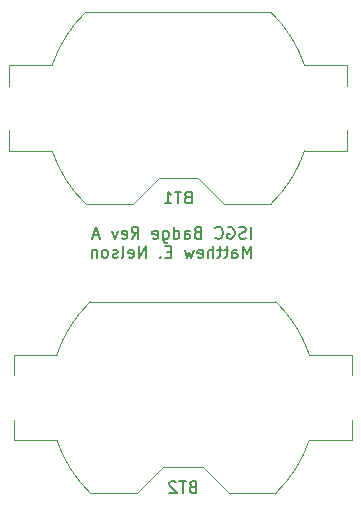
<source format=gbo>
G04 #@! TF.GenerationSoftware,KiCad,Pcbnew,7.0.10*
G04 #@! TF.CreationDate,2024-02-18T13:34:34-06:00*
G04 #@! TF.ProjectId,airplane-keychain,61697270-6c61-46e6-952d-6b6579636861,1*
G04 #@! TF.SameCoordinates,Original*
G04 #@! TF.FileFunction,Legend,Bot*
G04 #@! TF.FilePolarity,Positive*
%FSLAX46Y46*%
G04 Gerber Fmt 4.6, Leading zero omitted, Abs format (unit mm)*
G04 Created by KiCad (PCBNEW 7.0.10) date 2024-02-18 13:34:34*
%MOMM*%
%LPD*%
G01*
G04 APERTURE LIST*
G04 Aperture macros list*
%AMHorizOval*
0 Thick line with rounded ends*
0 $1 width*
0 $2 $3 position (X,Y) of the first rounded end (center of the circle)*
0 $4 $5 position (X,Y) of the second rounded end (center of the circle)*
0 Add line between two ends*
20,1,$1,$2,$3,$4,$5,0*
0 Add two circle primitives to create the rounded ends*
1,1,$1,$2,$3*
1,1,$1,$4,$5*%
G04 Aperture macros list end*
%ADD10C,0.150000*%
%ADD11C,0.120000*%
%ADD12R,1.800000X1.800000*%
%ADD13C,1.800000*%
%ADD14C,1.600000*%
%ADD15HorizOval,1.600000X0.000000X0.000000X0.000000X0.000000X0*%
%ADD16HorizOval,1.600000X0.000000X0.000000X0.000000X0.000000X0*%
%ADD17O,1.600000X1.600000*%
%ADD18HorizOval,1.600000X0.000000X0.000000X0.000000X0.000000X0*%
%ADD19C,2.000000*%
%ADD20R,1.600000X1.600000*%
%ADD21HorizOval,1.600000X0.000000X0.000000X0.000000X0.000000X0*%
%ADD22C,4.300000*%
%ADD23R,2.540000X3.510000*%
G04 APERTURE END LIST*
D10*
X136563220Y-96859819D02*
X136563220Y-95859819D01*
X136134649Y-96812200D02*
X135991792Y-96859819D01*
X135991792Y-96859819D02*
X135753697Y-96859819D01*
X135753697Y-96859819D02*
X135658459Y-96812200D01*
X135658459Y-96812200D02*
X135610840Y-96764580D01*
X135610840Y-96764580D02*
X135563221Y-96669342D01*
X135563221Y-96669342D02*
X135563221Y-96574104D01*
X135563221Y-96574104D02*
X135610840Y-96478866D01*
X135610840Y-96478866D02*
X135658459Y-96431247D01*
X135658459Y-96431247D02*
X135753697Y-96383628D01*
X135753697Y-96383628D02*
X135944173Y-96336009D01*
X135944173Y-96336009D02*
X136039411Y-96288390D01*
X136039411Y-96288390D02*
X136087030Y-96240771D01*
X136087030Y-96240771D02*
X136134649Y-96145533D01*
X136134649Y-96145533D02*
X136134649Y-96050295D01*
X136134649Y-96050295D02*
X136087030Y-95955057D01*
X136087030Y-95955057D02*
X136039411Y-95907438D01*
X136039411Y-95907438D02*
X135944173Y-95859819D01*
X135944173Y-95859819D02*
X135706078Y-95859819D01*
X135706078Y-95859819D02*
X135563221Y-95907438D01*
X134610840Y-95907438D02*
X134706078Y-95859819D01*
X134706078Y-95859819D02*
X134848935Y-95859819D01*
X134848935Y-95859819D02*
X134991792Y-95907438D01*
X134991792Y-95907438D02*
X135087030Y-96002676D01*
X135087030Y-96002676D02*
X135134649Y-96097914D01*
X135134649Y-96097914D02*
X135182268Y-96288390D01*
X135182268Y-96288390D02*
X135182268Y-96431247D01*
X135182268Y-96431247D02*
X135134649Y-96621723D01*
X135134649Y-96621723D02*
X135087030Y-96716961D01*
X135087030Y-96716961D02*
X134991792Y-96812200D01*
X134991792Y-96812200D02*
X134848935Y-96859819D01*
X134848935Y-96859819D02*
X134753697Y-96859819D01*
X134753697Y-96859819D02*
X134610840Y-96812200D01*
X134610840Y-96812200D02*
X134563221Y-96764580D01*
X134563221Y-96764580D02*
X134563221Y-96431247D01*
X134563221Y-96431247D02*
X134753697Y-96431247D01*
X133563221Y-96764580D02*
X133610840Y-96812200D01*
X133610840Y-96812200D02*
X133753697Y-96859819D01*
X133753697Y-96859819D02*
X133848935Y-96859819D01*
X133848935Y-96859819D02*
X133991792Y-96812200D01*
X133991792Y-96812200D02*
X134087030Y-96716961D01*
X134087030Y-96716961D02*
X134134649Y-96621723D01*
X134134649Y-96621723D02*
X134182268Y-96431247D01*
X134182268Y-96431247D02*
X134182268Y-96288390D01*
X134182268Y-96288390D02*
X134134649Y-96097914D01*
X134134649Y-96097914D02*
X134087030Y-96002676D01*
X134087030Y-96002676D02*
X133991792Y-95907438D01*
X133991792Y-95907438D02*
X133848935Y-95859819D01*
X133848935Y-95859819D02*
X133753697Y-95859819D01*
X133753697Y-95859819D02*
X133610840Y-95907438D01*
X133610840Y-95907438D02*
X133563221Y-95955057D01*
X132039411Y-96336009D02*
X131896554Y-96383628D01*
X131896554Y-96383628D02*
X131848935Y-96431247D01*
X131848935Y-96431247D02*
X131801316Y-96526485D01*
X131801316Y-96526485D02*
X131801316Y-96669342D01*
X131801316Y-96669342D02*
X131848935Y-96764580D01*
X131848935Y-96764580D02*
X131896554Y-96812200D01*
X131896554Y-96812200D02*
X131991792Y-96859819D01*
X131991792Y-96859819D02*
X132372744Y-96859819D01*
X132372744Y-96859819D02*
X132372744Y-95859819D01*
X132372744Y-95859819D02*
X132039411Y-95859819D01*
X132039411Y-95859819D02*
X131944173Y-95907438D01*
X131944173Y-95907438D02*
X131896554Y-95955057D01*
X131896554Y-95955057D02*
X131848935Y-96050295D01*
X131848935Y-96050295D02*
X131848935Y-96145533D01*
X131848935Y-96145533D02*
X131896554Y-96240771D01*
X131896554Y-96240771D02*
X131944173Y-96288390D01*
X131944173Y-96288390D02*
X132039411Y-96336009D01*
X132039411Y-96336009D02*
X132372744Y-96336009D01*
X130944173Y-96859819D02*
X130944173Y-96336009D01*
X130944173Y-96336009D02*
X130991792Y-96240771D01*
X130991792Y-96240771D02*
X131087030Y-96193152D01*
X131087030Y-96193152D02*
X131277506Y-96193152D01*
X131277506Y-96193152D02*
X131372744Y-96240771D01*
X130944173Y-96812200D02*
X131039411Y-96859819D01*
X131039411Y-96859819D02*
X131277506Y-96859819D01*
X131277506Y-96859819D02*
X131372744Y-96812200D01*
X131372744Y-96812200D02*
X131420363Y-96716961D01*
X131420363Y-96716961D02*
X131420363Y-96621723D01*
X131420363Y-96621723D02*
X131372744Y-96526485D01*
X131372744Y-96526485D02*
X131277506Y-96478866D01*
X131277506Y-96478866D02*
X131039411Y-96478866D01*
X131039411Y-96478866D02*
X130944173Y-96431247D01*
X130039411Y-96859819D02*
X130039411Y-95859819D01*
X130039411Y-96812200D02*
X130134649Y-96859819D01*
X130134649Y-96859819D02*
X130325125Y-96859819D01*
X130325125Y-96859819D02*
X130420363Y-96812200D01*
X130420363Y-96812200D02*
X130467982Y-96764580D01*
X130467982Y-96764580D02*
X130515601Y-96669342D01*
X130515601Y-96669342D02*
X130515601Y-96383628D01*
X130515601Y-96383628D02*
X130467982Y-96288390D01*
X130467982Y-96288390D02*
X130420363Y-96240771D01*
X130420363Y-96240771D02*
X130325125Y-96193152D01*
X130325125Y-96193152D02*
X130134649Y-96193152D01*
X130134649Y-96193152D02*
X130039411Y-96240771D01*
X129134649Y-96193152D02*
X129134649Y-97002676D01*
X129134649Y-97002676D02*
X129182268Y-97097914D01*
X129182268Y-97097914D02*
X129229887Y-97145533D01*
X129229887Y-97145533D02*
X129325125Y-97193152D01*
X129325125Y-97193152D02*
X129467982Y-97193152D01*
X129467982Y-97193152D02*
X129563220Y-97145533D01*
X129134649Y-96812200D02*
X129229887Y-96859819D01*
X129229887Y-96859819D02*
X129420363Y-96859819D01*
X129420363Y-96859819D02*
X129515601Y-96812200D01*
X129515601Y-96812200D02*
X129563220Y-96764580D01*
X129563220Y-96764580D02*
X129610839Y-96669342D01*
X129610839Y-96669342D02*
X129610839Y-96383628D01*
X129610839Y-96383628D02*
X129563220Y-96288390D01*
X129563220Y-96288390D02*
X129515601Y-96240771D01*
X129515601Y-96240771D02*
X129420363Y-96193152D01*
X129420363Y-96193152D02*
X129229887Y-96193152D01*
X129229887Y-96193152D02*
X129134649Y-96240771D01*
X128277506Y-96812200D02*
X128372744Y-96859819D01*
X128372744Y-96859819D02*
X128563220Y-96859819D01*
X128563220Y-96859819D02*
X128658458Y-96812200D01*
X128658458Y-96812200D02*
X128706077Y-96716961D01*
X128706077Y-96716961D02*
X128706077Y-96336009D01*
X128706077Y-96336009D02*
X128658458Y-96240771D01*
X128658458Y-96240771D02*
X128563220Y-96193152D01*
X128563220Y-96193152D02*
X128372744Y-96193152D01*
X128372744Y-96193152D02*
X128277506Y-96240771D01*
X128277506Y-96240771D02*
X128229887Y-96336009D01*
X128229887Y-96336009D02*
X128229887Y-96431247D01*
X128229887Y-96431247D02*
X128706077Y-96526485D01*
X126467982Y-96859819D02*
X126801315Y-96383628D01*
X127039410Y-96859819D02*
X127039410Y-95859819D01*
X127039410Y-95859819D02*
X126658458Y-95859819D01*
X126658458Y-95859819D02*
X126563220Y-95907438D01*
X126563220Y-95907438D02*
X126515601Y-95955057D01*
X126515601Y-95955057D02*
X126467982Y-96050295D01*
X126467982Y-96050295D02*
X126467982Y-96193152D01*
X126467982Y-96193152D02*
X126515601Y-96288390D01*
X126515601Y-96288390D02*
X126563220Y-96336009D01*
X126563220Y-96336009D02*
X126658458Y-96383628D01*
X126658458Y-96383628D02*
X127039410Y-96383628D01*
X125658458Y-96812200D02*
X125753696Y-96859819D01*
X125753696Y-96859819D02*
X125944172Y-96859819D01*
X125944172Y-96859819D02*
X126039410Y-96812200D01*
X126039410Y-96812200D02*
X126087029Y-96716961D01*
X126087029Y-96716961D02*
X126087029Y-96336009D01*
X126087029Y-96336009D02*
X126039410Y-96240771D01*
X126039410Y-96240771D02*
X125944172Y-96193152D01*
X125944172Y-96193152D02*
X125753696Y-96193152D01*
X125753696Y-96193152D02*
X125658458Y-96240771D01*
X125658458Y-96240771D02*
X125610839Y-96336009D01*
X125610839Y-96336009D02*
X125610839Y-96431247D01*
X125610839Y-96431247D02*
X126087029Y-96526485D01*
X125277505Y-96193152D02*
X125039410Y-96859819D01*
X125039410Y-96859819D02*
X124801315Y-96193152D01*
X123706076Y-96574104D02*
X123229886Y-96574104D01*
X123801314Y-96859819D02*
X123467981Y-95859819D01*
X123467981Y-95859819D02*
X123134648Y-96859819D01*
X136563220Y-98469819D02*
X136563220Y-97469819D01*
X136563220Y-97469819D02*
X136229887Y-98184104D01*
X136229887Y-98184104D02*
X135896554Y-97469819D01*
X135896554Y-97469819D02*
X135896554Y-98469819D01*
X134991792Y-98469819D02*
X134991792Y-97946009D01*
X134991792Y-97946009D02*
X135039411Y-97850771D01*
X135039411Y-97850771D02*
X135134649Y-97803152D01*
X135134649Y-97803152D02*
X135325125Y-97803152D01*
X135325125Y-97803152D02*
X135420363Y-97850771D01*
X134991792Y-98422200D02*
X135087030Y-98469819D01*
X135087030Y-98469819D02*
X135325125Y-98469819D01*
X135325125Y-98469819D02*
X135420363Y-98422200D01*
X135420363Y-98422200D02*
X135467982Y-98326961D01*
X135467982Y-98326961D02*
X135467982Y-98231723D01*
X135467982Y-98231723D02*
X135420363Y-98136485D01*
X135420363Y-98136485D02*
X135325125Y-98088866D01*
X135325125Y-98088866D02*
X135087030Y-98088866D01*
X135087030Y-98088866D02*
X134991792Y-98041247D01*
X134658458Y-97803152D02*
X134277506Y-97803152D01*
X134515601Y-97469819D02*
X134515601Y-98326961D01*
X134515601Y-98326961D02*
X134467982Y-98422200D01*
X134467982Y-98422200D02*
X134372744Y-98469819D01*
X134372744Y-98469819D02*
X134277506Y-98469819D01*
X134087029Y-97803152D02*
X133706077Y-97803152D01*
X133944172Y-97469819D02*
X133944172Y-98326961D01*
X133944172Y-98326961D02*
X133896553Y-98422200D01*
X133896553Y-98422200D02*
X133801315Y-98469819D01*
X133801315Y-98469819D02*
X133706077Y-98469819D01*
X133372743Y-98469819D02*
X133372743Y-97469819D01*
X132944172Y-98469819D02*
X132944172Y-97946009D01*
X132944172Y-97946009D02*
X132991791Y-97850771D01*
X132991791Y-97850771D02*
X133087029Y-97803152D01*
X133087029Y-97803152D02*
X133229886Y-97803152D01*
X133229886Y-97803152D02*
X133325124Y-97850771D01*
X133325124Y-97850771D02*
X133372743Y-97898390D01*
X132087029Y-98422200D02*
X132182267Y-98469819D01*
X132182267Y-98469819D02*
X132372743Y-98469819D01*
X132372743Y-98469819D02*
X132467981Y-98422200D01*
X132467981Y-98422200D02*
X132515600Y-98326961D01*
X132515600Y-98326961D02*
X132515600Y-97946009D01*
X132515600Y-97946009D02*
X132467981Y-97850771D01*
X132467981Y-97850771D02*
X132372743Y-97803152D01*
X132372743Y-97803152D02*
X132182267Y-97803152D01*
X132182267Y-97803152D02*
X132087029Y-97850771D01*
X132087029Y-97850771D02*
X132039410Y-97946009D01*
X132039410Y-97946009D02*
X132039410Y-98041247D01*
X132039410Y-98041247D02*
X132515600Y-98136485D01*
X131706076Y-97803152D02*
X131515600Y-98469819D01*
X131515600Y-98469819D02*
X131325124Y-97993628D01*
X131325124Y-97993628D02*
X131134648Y-98469819D01*
X131134648Y-98469819D02*
X130944172Y-97803152D01*
X129801314Y-97946009D02*
X129467981Y-97946009D01*
X129325124Y-98469819D02*
X129801314Y-98469819D01*
X129801314Y-98469819D02*
X129801314Y-97469819D01*
X129801314Y-97469819D02*
X129325124Y-97469819D01*
X128896552Y-98374580D02*
X128848933Y-98422200D01*
X128848933Y-98422200D02*
X128896552Y-98469819D01*
X128896552Y-98469819D02*
X128944171Y-98422200D01*
X128944171Y-98422200D02*
X128896552Y-98374580D01*
X128896552Y-98374580D02*
X128896552Y-98469819D01*
X127658457Y-98469819D02*
X127658457Y-97469819D01*
X127658457Y-97469819D02*
X127087029Y-98469819D01*
X127087029Y-98469819D02*
X127087029Y-97469819D01*
X126229886Y-98422200D02*
X126325124Y-98469819D01*
X126325124Y-98469819D02*
X126515600Y-98469819D01*
X126515600Y-98469819D02*
X126610838Y-98422200D01*
X126610838Y-98422200D02*
X126658457Y-98326961D01*
X126658457Y-98326961D02*
X126658457Y-97946009D01*
X126658457Y-97946009D02*
X126610838Y-97850771D01*
X126610838Y-97850771D02*
X126515600Y-97803152D01*
X126515600Y-97803152D02*
X126325124Y-97803152D01*
X126325124Y-97803152D02*
X126229886Y-97850771D01*
X126229886Y-97850771D02*
X126182267Y-97946009D01*
X126182267Y-97946009D02*
X126182267Y-98041247D01*
X126182267Y-98041247D02*
X126658457Y-98136485D01*
X125610838Y-98469819D02*
X125706076Y-98422200D01*
X125706076Y-98422200D02*
X125753695Y-98326961D01*
X125753695Y-98326961D02*
X125753695Y-97469819D01*
X125277504Y-98422200D02*
X125182266Y-98469819D01*
X125182266Y-98469819D02*
X124991790Y-98469819D01*
X124991790Y-98469819D02*
X124896552Y-98422200D01*
X124896552Y-98422200D02*
X124848933Y-98326961D01*
X124848933Y-98326961D02*
X124848933Y-98279342D01*
X124848933Y-98279342D02*
X124896552Y-98184104D01*
X124896552Y-98184104D02*
X124991790Y-98136485D01*
X124991790Y-98136485D02*
X125134647Y-98136485D01*
X125134647Y-98136485D02*
X125229885Y-98088866D01*
X125229885Y-98088866D02*
X125277504Y-97993628D01*
X125277504Y-97993628D02*
X125277504Y-97946009D01*
X125277504Y-97946009D02*
X125229885Y-97850771D01*
X125229885Y-97850771D02*
X125134647Y-97803152D01*
X125134647Y-97803152D02*
X124991790Y-97803152D01*
X124991790Y-97803152D02*
X124896552Y-97850771D01*
X124277504Y-98469819D02*
X124372742Y-98422200D01*
X124372742Y-98422200D02*
X124420361Y-98374580D01*
X124420361Y-98374580D02*
X124467980Y-98279342D01*
X124467980Y-98279342D02*
X124467980Y-97993628D01*
X124467980Y-97993628D02*
X124420361Y-97898390D01*
X124420361Y-97898390D02*
X124372742Y-97850771D01*
X124372742Y-97850771D02*
X124277504Y-97803152D01*
X124277504Y-97803152D02*
X124134647Y-97803152D01*
X124134647Y-97803152D02*
X124039409Y-97850771D01*
X124039409Y-97850771D02*
X123991790Y-97898390D01*
X123991790Y-97898390D02*
X123944171Y-97993628D01*
X123944171Y-97993628D02*
X123944171Y-98279342D01*
X123944171Y-98279342D02*
X123991790Y-98374580D01*
X123991790Y-98374580D02*
X124039409Y-98422200D01*
X124039409Y-98422200D02*
X124134647Y-98469819D01*
X124134647Y-98469819D02*
X124277504Y-98469819D01*
X123515599Y-97803152D02*
X123515599Y-98469819D01*
X123515599Y-97898390D02*
X123467980Y-97850771D01*
X123467980Y-97850771D02*
X123372742Y-97803152D01*
X123372742Y-97803152D02*
X123229885Y-97803152D01*
X123229885Y-97803152D02*
X123134647Y-97850771D01*
X123134647Y-97850771D02*
X123087028Y-97946009D01*
X123087028Y-97946009D02*
X123087028Y-98469819D01*
X131205714Y-93351009D02*
X131062857Y-93398628D01*
X131062857Y-93398628D02*
X131015238Y-93446247D01*
X131015238Y-93446247D02*
X130967619Y-93541485D01*
X130967619Y-93541485D02*
X130967619Y-93684342D01*
X130967619Y-93684342D02*
X131015238Y-93779580D01*
X131015238Y-93779580D02*
X131062857Y-93827200D01*
X131062857Y-93827200D02*
X131158095Y-93874819D01*
X131158095Y-93874819D02*
X131539047Y-93874819D01*
X131539047Y-93874819D02*
X131539047Y-92874819D01*
X131539047Y-92874819D02*
X131205714Y-92874819D01*
X131205714Y-92874819D02*
X131110476Y-92922438D01*
X131110476Y-92922438D02*
X131062857Y-92970057D01*
X131062857Y-92970057D02*
X131015238Y-93065295D01*
X131015238Y-93065295D02*
X131015238Y-93160533D01*
X131015238Y-93160533D02*
X131062857Y-93255771D01*
X131062857Y-93255771D02*
X131110476Y-93303390D01*
X131110476Y-93303390D02*
X131205714Y-93351009D01*
X131205714Y-93351009D02*
X131539047Y-93351009D01*
X130681904Y-92874819D02*
X130110476Y-92874819D01*
X130396190Y-93874819D02*
X130396190Y-92874819D01*
X129253333Y-93874819D02*
X129824761Y-93874819D01*
X129539047Y-93874819D02*
X129539047Y-92874819D01*
X129539047Y-92874819D02*
X129634285Y-93017676D01*
X129634285Y-93017676D02*
X129729523Y-93112914D01*
X129729523Y-93112914D02*
X129824761Y-93160533D01*
X131605714Y-117851009D02*
X131462857Y-117898628D01*
X131462857Y-117898628D02*
X131415238Y-117946247D01*
X131415238Y-117946247D02*
X131367619Y-118041485D01*
X131367619Y-118041485D02*
X131367619Y-118184342D01*
X131367619Y-118184342D02*
X131415238Y-118279580D01*
X131415238Y-118279580D02*
X131462857Y-118327200D01*
X131462857Y-118327200D02*
X131558095Y-118374819D01*
X131558095Y-118374819D02*
X131939047Y-118374819D01*
X131939047Y-118374819D02*
X131939047Y-117374819D01*
X131939047Y-117374819D02*
X131605714Y-117374819D01*
X131605714Y-117374819D02*
X131510476Y-117422438D01*
X131510476Y-117422438D02*
X131462857Y-117470057D01*
X131462857Y-117470057D02*
X131415238Y-117565295D01*
X131415238Y-117565295D02*
X131415238Y-117660533D01*
X131415238Y-117660533D02*
X131462857Y-117755771D01*
X131462857Y-117755771D02*
X131510476Y-117803390D01*
X131510476Y-117803390D02*
X131605714Y-117851009D01*
X131605714Y-117851009D02*
X131939047Y-117851009D01*
X131081904Y-117374819D02*
X130510476Y-117374819D01*
X130796190Y-118374819D02*
X130796190Y-117374819D01*
X130224761Y-117470057D02*
X130177142Y-117422438D01*
X130177142Y-117422438D02*
X130081904Y-117374819D01*
X130081904Y-117374819D02*
X129843809Y-117374819D01*
X129843809Y-117374819D02*
X129748571Y-117422438D01*
X129748571Y-117422438D02*
X129700952Y-117470057D01*
X129700952Y-117470057D02*
X129653333Y-117565295D01*
X129653333Y-117565295D02*
X129653333Y-117660533D01*
X129653333Y-117660533D02*
X129700952Y-117803390D01*
X129700952Y-117803390D02*
X130272380Y-118374819D01*
X130272380Y-118374819D02*
X129653333Y-118374819D01*
D11*
X144730000Y-87700000D02*
X144730000Y-89410000D01*
X144730000Y-83900000D02*
X144730000Y-82190000D01*
X144730000Y-82190000D02*
X141112000Y-82190000D01*
X141112000Y-89410000D02*
X144730000Y-89410000D01*
X138267300Y-77690000D02*
X122572700Y-77690000D01*
X134280000Y-93910000D02*
X138267300Y-93910000D01*
X132080000Y-91710000D02*
X134280000Y-93910000D01*
X128760000Y-91710000D02*
X132080000Y-91710000D01*
X128760000Y-91710000D02*
X126560000Y-93910000D01*
X122572700Y-93910000D02*
X126560000Y-93910000D01*
X119728000Y-82190000D02*
X116110000Y-82190000D01*
X116110000Y-89410000D02*
X119728000Y-89410000D01*
X116110000Y-87700000D02*
X116110000Y-89410000D01*
X116110000Y-83900000D02*
X116110000Y-82190000D01*
X138265371Y-93911789D02*
G75*
G03*
X141112000Y-89410000I-7845350J8111775D01*
G01*
X141111998Y-82190001D02*
G75*
G03*
X138265371Y-77688211I-10692018J-3610009D01*
G01*
X119728000Y-89410000D02*
G75*
G03*
X122574629Y-93911789I10692020J3610012D01*
G01*
X122574629Y-77688211D02*
G75*
G03*
X119728000Y-82190000I7845391J-8111801D01*
G01*
X145130000Y-112200000D02*
X145130000Y-113910000D01*
X145130000Y-108400000D02*
X145130000Y-106690000D01*
X145130000Y-106690000D02*
X141512000Y-106690000D01*
X141512000Y-113910000D02*
X145130000Y-113910000D01*
X138667300Y-102190000D02*
X122972700Y-102190000D01*
X134680000Y-118410000D02*
X138667300Y-118410000D01*
X132480000Y-116210000D02*
X134680000Y-118410000D01*
X129160000Y-116210000D02*
X132480000Y-116210000D01*
X129160000Y-116210000D02*
X126960000Y-118410000D01*
X122972700Y-118410000D02*
X126960000Y-118410000D01*
X120128000Y-106690000D02*
X116510000Y-106690000D01*
X116510000Y-113910000D02*
X120128000Y-113910000D01*
X116510000Y-112200000D02*
X116510000Y-113910000D01*
X116510000Y-108400000D02*
X116510000Y-106690000D01*
X138665371Y-118411789D02*
G75*
G03*
X141512000Y-113910000I-7845350J8111775D01*
G01*
X141511998Y-106690001D02*
G75*
G03*
X138665371Y-102188211I-10692018J-3610009D01*
G01*
X120128000Y-113910000D02*
G75*
G03*
X122974629Y-118411789I10692020J3610012D01*
G01*
X122974629Y-102188211D02*
G75*
G03*
X120128000Y-106690000I7845391J-8111801D01*
G01*
%LPC*%
D12*
X167800000Y-115000000D03*
D13*
X167800000Y-112460000D03*
D12*
X112550000Y-72200000D03*
D13*
X110010000Y-72200000D03*
D12*
X115140000Y-78100000D03*
D13*
X112600000Y-78100000D03*
D12*
X105800000Y-76100000D03*
D13*
X103260000Y-76100000D03*
D14*
X155401477Y-66950000D03*
D15*
X166400000Y-73300000D03*
D14*
X108299261Y-66225000D03*
D16*
X97300738Y-72575000D03*
D14*
X128500000Y-54200000D03*
D16*
X117501477Y-60550000D03*
D14*
X167000000Y-82300000D03*
D17*
X167000000Y-95000000D03*
D14*
X149440739Y-127635000D03*
D18*
X160439262Y-121285000D03*
D14*
X133401477Y-54250000D03*
D15*
X144400000Y-60600000D03*
D19*
X101300000Y-110700000D03*
X94800000Y-110700000D03*
X101300000Y-106200000D03*
X94800000Y-106200000D03*
D20*
X95600000Y-82180000D03*
D17*
X95600000Y-89800000D03*
D12*
X116800000Y-70300000D03*
D13*
X119340000Y-70300000D03*
D12*
X162500000Y-107600000D03*
D13*
X159960000Y-107600000D03*
D12*
X156400000Y-112225000D03*
D13*
X156400000Y-114765000D03*
D12*
X166160000Y-104300000D03*
D13*
X168700000Y-104300000D03*
D14*
X101300000Y-101300000D03*
D17*
X101300000Y-88600000D03*
D14*
X106498523Y-124050000D03*
D21*
X95500000Y-117700000D03*
D22*
X130800000Y-46600000D03*
D12*
X120625000Y-74800000D03*
D13*
X123165000Y-74800000D03*
D14*
X117201477Y-130450000D03*
D15*
X128200000Y-136800000D03*
D14*
X133800739Y-136675000D03*
D18*
X144799262Y-130325000D03*
D20*
X140580000Y-74200000D03*
D17*
X143120000Y-74200000D03*
X145660000Y-74200000D03*
X148200000Y-74200000D03*
X148200000Y-66580000D03*
X145660000Y-66580000D03*
X143120000Y-66580000D03*
X140580000Y-66580000D03*
D23*
X145100000Y-85800000D03*
X115740000Y-85800000D03*
X145500000Y-110300000D03*
X116140000Y-110300000D03*
%LPD*%
M02*

</source>
